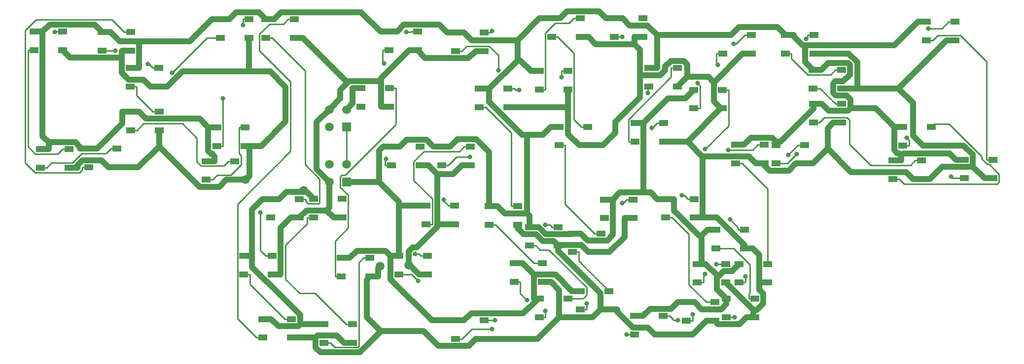
<source format=gbr>
%TF.GenerationSoftware,KiCad,Pcbnew,(5.1.6)-1*%
%TF.CreationDate,2020-11-25T11:54:25+11:00*%
%TF.ProjectId,HUD Panel PCB V1,48554420-5061-46e6-956c-205043422056,rev?*%
%TF.SameCoordinates,Original*%
%TF.FileFunction,Copper,L1,Top*%
%TF.FilePolarity,Positive*%
%FSLAX46Y46*%
G04 Gerber Fmt 4.6, Leading zero omitted, Abs format (unit mm)*
G04 Created by KiCad (PCBNEW (5.1.6)-1) date 2020-11-25 11:54:25*
%MOMM*%
%LPD*%
G01*
G04 APERTURE LIST*
%TA.AperFunction,ComponentPad*%
%ADD10C,1.520000*%
%TD*%
%TA.AperFunction,ComponentPad*%
%ADD11R,1.520000X1.520000*%
%TD*%
%TA.AperFunction,SMDPad,CuDef*%
%ADD12R,1.500000X1.000000*%
%TD*%
%TA.AperFunction,ViaPad*%
%ADD13C,1.500000*%
%TD*%
%TA.AperFunction,ViaPad*%
%ADD14C,0.800000*%
%TD*%
%TA.AperFunction,Conductor*%
%ADD15C,1.000000*%
%TD*%
%TA.AperFunction,Conductor*%
%ADD16C,0.250000*%
%TD*%
G04 APERTURE END LIST*
D10*
%TO.P,J2,4*%
%TO.N,/LEDGND*%
X121511001Y-58518801D03*
%TO.P,J2,3*%
%TO.N,/DATAOUT*%
X121511001Y-61518800D03*
%TO.P,J2,2*%
%TO.N,/LED+5V*%
X124511000Y-58518801D03*
D11*
%TO.P,J2,1*%
%TO.N,/DATALOOP*%
X124511000Y-61518800D03*
%TD*%
D10*
%TO.P,J1,4*%
%TO.N,/DATAIN*%
X121511001Y-67970401D03*
%TO.P,J1,3*%
%TO.N,/LEDGND*%
X121511001Y-70970400D03*
%TO.P,J1,2*%
%TO.N,/DATALOOP*%
X124511000Y-67970401D03*
D11*
%TO.P,J1,1*%
%TO.N,/LED+5V*%
X124511000Y-70970400D03*
%TD*%
D12*
%TO.P,D56,1*%
%TO.N,/LED+5V*%
X230581000Y-67157600D03*
%TO.P,D56,2*%
%TO.N,/DATAOUT*%
X230581000Y-70357600D03*
%TO.P,D56,4*%
%TO.N,Net-(D55-Pad2)*%
X235481000Y-67157600D03*
%TO.P,D56,3*%
%TO.N,/LEDGND*%
X235481000Y-70357600D03*
%TD*%
%TO.P,D55,1*%
%TO.N,/LED+5V*%
X224079000Y-43434000D03*
%TO.P,D55,2*%
%TO.N,Net-(D55-Pad2)*%
X224079000Y-46634000D03*
%TO.P,D55,4*%
%TO.N,Net-(D54-Pad2)*%
X228979000Y-43434000D03*
%TO.P,D55,3*%
%TO.N,/LEDGND*%
X228979000Y-46634000D03*
%TD*%
%TO.P,D54,1*%
%TO.N,/LED+5V*%
X219992000Y-61518800D03*
%TO.P,D54,2*%
%TO.N,Net-(D54-Pad2)*%
X219992000Y-64718800D03*
%TO.P,D54,4*%
%TO.N,Net-(D53-Pad2)*%
X224892000Y-61518800D03*
%TO.P,D54,3*%
%TO.N,/LEDGND*%
X224892000Y-64718800D03*
%TD*%
%TO.P,D53,1*%
%TO.N,/LED+5V*%
X218327000Y-67284800D03*
%TO.P,D53,2*%
%TO.N,Net-(D53-Pad2)*%
X218327000Y-70484800D03*
%TO.P,D53,4*%
%TO.N,Net-(D52-Pad2)*%
X223227000Y-67284800D03*
%TO.P,D53,3*%
%TO.N,/LEDGND*%
X223227000Y-70484800D03*
%TD*%
%TO.P,D52,1*%
%TO.N,/LED+5V*%
X204650000Y-57556400D03*
%TO.P,D52,2*%
%TO.N,Net-(D52-Pad2)*%
X204650000Y-60756400D03*
%TO.P,D52,4*%
%TO.N,Net-(D51-Pad2)*%
X209550000Y-57556400D03*
%TO.P,D52,3*%
%TO.N,/LEDGND*%
X209550000Y-60756400D03*
%TD*%
%TO.P,D51,1*%
%TO.N,/LED+5V*%
X204611000Y-51689200D03*
%TO.P,D51,2*%
%TO.N,Net-(D51-Pad2)*%
X204611000Y-54889200D03*
%TO.P,D51,4*%
%TO.N,Net-(D50-Pad2)*%
X209511000Y-51689200D03*
%TO.P,D51,3*%
%TO.N,/LEDGND*%
X209511000Y-54889200D03*
%TD*%
%TO.P,D50,1*%
%TO.N,/LED+5V*%
X199836000Y-45694800D03*
%TO.P,D50,2*%
%TO.N,Net-(D50-Pad2)*%
X199836000Y-48894800D03*
%TO.P,D50,4*%
%TO.N,Net-(D49-Pad2)*%
X204736000Y-45694800D03*
%TO.P,D50,3*%
%TO.N,/LEDGND*%
X204736000Y-48894800D03*
%TD*%
%TO.P,D49,1*%
%TO.N,/LED+5V*%
X198222000Y-64617600D03*
%TO.P,D49,2*%
%TO.N,Net-(D49-Pad2)*%
X198222000Y-67817600D03*
%TO.P,D49,4*%
%TO.N,Net-(D48-Pad2)*%
X203122000Y-64617600D03*
%TO.P,D49,3*%
%TO.N,/LEDGND*%
X203122000Y-67817600D03*
%TD*%
%TO.P,D48,1*%
%TO.N,/LED+5V*%
X191911000Y-85115600D03*
%TO.P,D48,2*%
%TO.N,Net-(D48-Pad2)*%
X191911000Y-88315600D03*
%TO.P,D48,4*%
%TO.N,Net-(D47-Pad2)*%
X196811000Y-85115600D03*
%TO.P,D48,3*%
%TO.N,/LEDGND*%
X196811000Y-88315600D03*
%TD*%
%TO.P,D47,1*%
%TO.N,/LED+5V*%
X191301000Y-64592400D03*
%TO.P,D47,2*%
%TO.N,Net-(D47-Pad2)*%
X191301000Y-67792400D03*
%TO.P,D47,4*%
%TO.N,Net-(D46-Pad2)*%
X196201000Y-64592400D03*
%TO.P,D47,3*%
%TO.N,/LEDGND*%
X196201000Y-67792400D03*
%TD*%
%TO.P,D46,1*%
%TO.N,/LED+5V*%
X189726000Y-91059200D03*
%TO.P,D46,2*%
%TO.N,Net-(D46-Pad2)*%
X189726000Y-94259200D03*
%TO.P,D46,4*%
%TO.N,Net-(D45-Pad2)*%
X194626000Y-91059200D03*
%TO.P,D46,3*%
%TO.N,/LEDGND*%
X194626000Y-94259200D03*
%TD*%
%TO.P,D45,1*%
%TO.N,/LED+5V*%
X187898000Y-79222800D03*
%TO.P,D45,2*%
%TO.N,Net-(D45-Pad2)*%
X187898000Y-82422800D03*
%TO.P,D45,4*%
%TO.N,Net-(D44-Pad2)*%
X192798000Y-79222800D03*
%TO.P,D45,3*%
%TO.N,/LEDGND*%
X192798000Y-82422800D03*
%TD*%
%TO.P,D44,1*%
%TO.N,/LED+5V*%
X189078000Y-45720000D03*
%TO.P,D44,2*%
%TO.N,Net-(D44-Pad2)*%
X189078000Y-48920000D03*
%TO.P,D44,4*%
%TO.N,Net-(D43-Pad2)*%
X193978000Y-45720000D03*
%TO.P,D44,3*%
%TO.N,/LEDGND*%
X193978000Y-48920000D03*
%TD*%
%TO.P,D43,1*%
%TO.N,/LED+5V*%
X184138000Y-55143600D03*
%TO.P,D43,2*%
%TO.N,Net-(D43-Pad2)*%
X184138000Y-58343600D03*
%TO.P,D43,4*%
%TO.N,Net-(D42-Pad2)*%
X189038000Y-55143600D03*
%TO.P,D43,3*%
%TO.N,/LEDGND*%
X189038000Y-58343600D03*
%TD*%
%TO.P,D42,1*%
%TO.N,/LED+5V*%
X184697000Y-85115600D03*
%TO.P,D42,2*%
%TO.N,Net-(D42-Pad2)*%
X184697000Y-88315600D03*
%TO.P,D42,4*%
%TO.N,Net-(D41-Pad2)*%
X189597000Y-85115600D03*
%TO.P,D42,3*%
%TO.N,/LEDGND*%
X189597000Y-88315600D03*
%TD*%
%TO.P,D41,1*%
%TO.N,/LED+5V*%
X182829000Y-91694000D03*
%TO.P,D41,2*%
%TO.N,Net-(D41-Pad2)*%
X182829000Y-94894000D03*
%TO.P,D41,4*%
%TO.N,Net-(D40-Pad2)*%
X187729000Y-91694000D03*
%TO.P,D41,3*%
%TO.N,/LEDGND*%
X187729000Y-94894000D03*
%TD*%
%TO.P,D40,1*%
%TO.N,/LED+5V*%
X179312000Y-73939600D03*
%TO.P,D40,2*%
%TO.N,Net-(D40-Pad2)*%
X179312000Y-77139600D03*
%TO.P,D40,4*%
%TO.N,Net-(D39-Pad2)*%
X184212000Y-73939600D03*
%TO.P,D40,3*%
%TO.N,/LEDGND*%
X184212000Y-77139600D03*
%TD*%
%TO.P,D39,1*%
%TO.N,/LED+5V*%
X176405000Y-51358800D03*
%TO.P,D39,2*%
%TO.N,Net-(D39-Pad2)*%
X176405000Y-54558800D03*
%TO.P,D39,4*%
%TO.N,Net-(D38-Pad2)*%
X181305000Y-51358800D03*
%TO.P,D39,3*%
%TO.N,/LEDGND*%
X181305000Y-54558800D03*
%TD*%
%TO.P,D38,1*%
%TO.N,/LED+5V*%
X174018000Y-60858400D03*
%TO.P,D38,2*%
%TO.N,Net-(D38-Pad2)*%
X174018000Y-64058400D03*
%TO.P,D38,4*%
%TO.N,Net-(D37-Pad2)*%
X178918000Y-60858400D03*
%TO.P,D38,3*%
%TO.N,/LEDGND*%
X178918000Y-64058400D03*
%TD*%
%TO.P,D37,1*%
%TO.N,/LED+5V*%
X173978000Y-94056400D03*
%TO.P,D37,2*%
%TO.N,Net-(D37-Pad2)*%
X173978000Y-97256400D03*
%TO.P,D37,4*%
%TO.N,Net-(D36-Pad2)*%
X178878000Y-94056400D03*
%TO.P,D37,3*%
%TO.N,/LEDGND*%
X178878000Y-97256400D03*
%TD*%
%TO.P,D36,1*%
%TO.N,/LED+5V*%
X170473000Y-42850000D03*
%TO.P,D36,2*%
%TO.N,Net-(D36-Pad2)*%
X170473000Y-46050000D03*
%TO.P,D36,4*%
%TO.N,Net-(D36-Pad4)*%
X175373000Y-42850000D03*
%TO.P,D36,3*%
%TO.N,/LEDGND*%
X175373000Y-46050000D03*
%TD*%
%TO.P,D35,1*%
%TO.N,/LED+5V*%
X168785000Y-74015600D03*
%TO.P,D35,2*%
%TO.N,Net-(D35-Pad2)*%
X168785000Y-77215600D03*
%TO.P,D35,4*%
%TO.N,Net-(D34-Pad2)*%
X173685000Y-74015600D03*
%TO.P,D35,3*%
%TO.N,/LEDGND*%
X173685000Y-77215600D03*
%TD*%
%TO.P,D34,1*%
%TO.N,/LED+5V*%
X164643000Y-89763600D03*
%TO.P,D34,2*%
%TO.N,Net-(D34-Pad2)*%
X164643000Y-92963600D03*
%TO.P,D34,4*%
%TO.N,Net-(D33-Pad2)*%
X169543000Y-89763600D03*
%TO.P,D34,3*%
%TO.N,/LEDGND*%
X169543000Y-92963600D03*
%TD*%
%TO.P,D33,1*%
%TO.N,/LED+5V*%
X163271000Y-79857600D03*
%TO.P,D33,2*%
%TO.N,Net-(D33-Pad2)*%
X163271000Y-83057600D03*
%TO.P,D33,4*%
%TO.N,Net-(D32-Pad2)*%
X168171000Y-79857600D03*
%TO.P,D33,3*%
%TO.N,/LEDGND*%
X168171000Y-83057600D03*
%TD*%
%TO.P,D32,1*%
%TO.N,/LED+5V*%
X160974000Y-61493600D03*
%TO.P,D32,2*%
%TO.N,Net-(D32-Pad2)*%
X160974000Y-64693600D03*
%TO.P,D32,4*%
%TO.N,Net-(D31-Pad2)*%
X165874000Y-61493600D03*
%TO.P,D32,3*%
%TO.N,/LEDGND*%
X165874000Y-64693600D03*
%TD*%
%TO.P,D31,1*%
%TO.N,/LED+5V*%
X159704000Y-42850000D03*
%TO.P,D31,2*%
%TO.N,Net-(D31-Pad2)*%
X159704000Y-46050000D03*
%TO.P,D31,4*%
%TO.N,Net-(D30-Pad2)*%
X164604000Y-42850000D03*
%TO.P,D31,3*%
%TO.N,/LEDGND*%
X164604000Y-46050000D03*
%TD*%
%TO.P,D30,1*%
%TO.N,/LED+5V*%
X157582000Y-51866800D03*
%TO.P,D30,2*%
%TO.N,Net-(D30-Pad2)*%
X157582000Y-55066800D03*
%TO.P,D30,4*%
%TO.N,Net-(D29-Pad2)*%
X162482000Y-51866800D03*
%TO.P,D30,3*%
%TO.N,/LEDGND*%
X162482000Y-55066800D03*
%TD*%
%TO.P,D29,1*%
%TO.N,/LED+5V*%
X157582000Y-91084400D03*
%TO.P,D29,2*%
%TO.N,Net-(D29-Pad2)*%
X157582000Y-94284400D03*
%TO.P,D29,4*%
%TO.N,Net-(D28-Pad2)*%
X162482000Y-91084400D03*
%TO.P,D29,3*%
%TO.N,/LEDGND*%
X162482000Y-94284400D03*
%TD*%
%TO.P,D28,1*%
%TO.N,/LED+5V*%
X155944000Y-78765600D03*
%TO.P,D28,2*%
%TO.N,Net-(D28-Pad2)*%
X155944000Y-81965600D03*
%TO.P,D28,4*%
%TO.N,Net-(D27-Pad2)*%
X160844000Y-78765600D03*
%TO.P,D28,3*%
%TO.N,/LEDGND*%
X160844000Y-81965600D03*
%TD*%
%TO.P,D27,1*%
%TO.N,/LED+5V*%
X153252000Y-84963200D03*
%TO.P,D27,2*%
%TO.N,Net-(D27-Pad2)*%
X153252000Y-88163200D03*
%TO.P,D27,4*%
%TO.N,Net-(D26-Pad2)*%
X158152000Y-84963200D03*
%TO.P,D27,3*%
%TO.N,/LEDGND*%
X158152000Y-88163200D03*
%TD*%
%TO.P,D26,1*%
%TO.N,/LED+5V*%
X148996000Y-75184000D03*
%TO.P,D26,2*%
%TO.N,Net-(D26-Pad2)*%
X148996000Y-78384000D03*
%TO.P,D26,4*%
%TO.N,Net-(D25-Pad2)*%
X153896000Y-75184000D03*
%TO.P,D26,3*%
%TO.N,/LEDGND*%
X153896000Y-78384000D03*
%TD*%
%TO.P,D25,1*%
%TO.N,/LED+5V*%
X147308000Y-54940400D03*
%TO.P,D25,2*%
%TO.N,Net-(D25-Pad2)*%
X147308000Y-58140400D03*
%TO.P,D25,4*%
%TO.N,Net-(D24-Pad2)*%
X152208000Y-54940400D03*
%TO.P,D25,3*%
%TO.N,/LEDGND*%
X152208000Y-58140400D03*
%TD*%
%TO.P,D24,1*%
%TO.N,/LED+5V*%
X143244000Y-94818400D03*
%TO.P,D24,2*%
%TO.N,Net-(D24-Pad2)*%
X143244000Y-98018400D03*
%TO.P,D24,4*%
%TO.N,Net-(D23-Pad2)*%
X148144000Y-94818400D03*
%TO.P,D24,3*%
%TO.N,/LEDGND*%
X148144000Y-98018400D03*
%TD*%
%TO.P,D23,1*%
%TO.N,/LED+5V*%
X143205000Y-45262800D03*
%TO.P,D23,2*%
%TO.N,Net-(D23-Pad2)*%
X143205000Y-48462800D03*
%TO.P,D23,4*%
%TO.N,Net-(D22-Pad2)*%
X148105000Y-45262800D03*
%TO.P,D23,3*%
%TO.N,/LEDGND*%
X148105000Y-48462800D03*
%TD*%
%TO.P,D22,1*%
%TO.N,/LED+5V*%
X140857000Y-64897200D03*
%TO.P,D22,2*%
%TO.N,Net-(D22-Pad2)*%
X140857000Y-68097200D03*
%TO.P,D22,4*%
%TO.N,Net-(D21-Pad2)*%
X145757000Y-64897200D03*
%TO.P,D22,3*%
%TO.N,/LEDGND*%
X145757000Y-68097200D03*
%TD*%
%TO.P,D21,1*%
%TO.N,/LED+5V*%
X138164000Y-75108000D03*
%TO.P,D21,2*%
%TO.N,Net-(D21-Pad2)*%
X138164000Y-78308000D03*
%TO.P,D21,4*%
%TO.N,Net-(D20-Pad2)*%
X143064000Y-75108000D03*
%TO.P,D21,3*%
%TO.N,/LEDGND*%
X143064000Y-78308000D03*
%TD*%
%TO.P,D20,1*%
%TO.N,/LED+5V*%
X133491000Y-83693200D03*
%TO.P,D20,2*%
%TO.N,Net-(D20-Pad2)*%
X133491000Y-86893200D03*
%TO.P,D20,4*%
%TO.N,Net-(D19-Pad2)*%
X138391000Y-83693200D03*
%TO.P,D20,3*%
%TO.N,/LEDGND*%
X138391000Y-86893200D03*
%TD*%
%TO.P,D19,1*%
%TO.N,/LED+5V*%
X131764000Y-45136000D03*
%TO.P,D19,2*%
%TO.N,Net-(D19-Pad2)*%
X131764000Y-48336000D03*
%TO.P,D19,4*%
%TO.N,Net-(D18-Pad2)*%
X136664000Y-45136000D03*
%TO.P,D19,3*%
%TO.N,/LEDGND*%
X136664000Y-48336000D03*
%TD*%
%TO.P,D18,1*%
%TO.N,/LED+5V*%
X132221000Y-64897200D03*
%TO.P,D18,2*%
%TO.N,Net-(D18-Pad2)*%
X132221000Y-68097200D03*
%TO.P,D18,4*%
%TO.N,Net-(D18-Pad4)*%
X137121000Y-64897200D03*
%TO.P,D18,3*%
%TO.N,/LEDGND*%
X137121000Y-68097200D03*
%TD*%
%TO.P,D17,1*%
%TO.N,/LED+5V*%
X126988000Y-54838800D03*
%TO.P,D17,2*%
%TO.N,Net-(D17-Pad2)*%
X126988000Y-58038800D03*
%TO.P,D17,4*%
%TO.N,Net-(D16-Pad2)*%
X131888000Y-54838800D03*
%TO.P,D17,3*%
%TO.N,/LEDGND*%
X131888000Y-58038800D03*
%TD*%
%TO.P,D16,1*%
%TO.N,/LED+5V*%
X123596000Y-84074000D03*
%TO.P,D16,2*%
%TO.N,Net-(D16-Pad2)*%
X123596000Y-87274000D03*
%TO.P,D16,4*%
%TO.N,Net-(D15-Pad2)*%
X128496000Y-84074000D03*
%TO.P,D16,3*%
%TO.N,/LEDGND*%
X128496000Y-87274000D03*
%TD*%
%TO.P,D15,1*%
%TO.N,/LED+5V*%
X120599000Y-95453200D03*
%TO.P,D15,2*%
%TO.N,Net-(D15-Pad2)*%
X120599000Y-98653200D03*
%TO.P,D15,4*%
%TO.N,Net-(D14-Pad2)*%
X125499000Y-95453200D03*
%TO.P,D15,3*%
%TO.N,/LEDGND*%
X125499000Y-98653200D03*
%TD*%
%TO.P,D14,1*%
%TO.N,/LED+5V*%
X118810000Y-73888800D03*
%TO.P,D14,2*%
%TO.N,Net-(D14-Pad2)*%
X118810000Y-77088800D03*
%TO.P,D14,4*%
%TO.N,Net-(D14-Pad4)*%
X123710000Y-73888800D03*
%TO.P,D14,3*%
%TO.N,/LEDGND*%
X123710000Y-77088800D03*
%TD*%
%TO.P,D13,1*%
%TO.N,/LED+5V*%
X111494000Y-73939600D03*
%TO.P,D13,2*%
%TO.N,Net-(D13-Pad2)*%
X111494000Y-77139600D03*
%TO.P,D13,4*%
%TO.N,Net-(D12-Pad2)*%
X116394000Y-73939600D03*
%TO.P,D13,3*%
%TO.N,/LEDGND*%
X116394000Y-77139600D03*
%TD*%
%TO.P,D12,1*%
%TO.N,/LED+5V*%
X110631000Y-43002400D03*
%TO.P,D12,2*%
%TO.N,Net-(D12-Pad2)*%
X110631000Y-46202400D03*
%TO.P,D12,4*%
%TO.N,Net-(D11-Pad2)*%
X115531000Y-43002400D03*
%TO.P,D12,3*%
%TO.N,/LEDGND*%
X115531000Y-46202400D03*
%TD*%
%TO.P,D11,1*%
%TO.N,/LED+5V*%
X110084000Y-94589600D03*
%TO.P,D11,2*%
%TO.N,Net-(D11-Pad2)*%
X110084000Y-97789600D03*
%TO.P,D11,4*%
%TO.N,Net-(D10-Pad2)*%
X114984000Y-94589600D03*
%TO.P,D11,3*%
%TO.N,/LEDGND*%
X114984000Y-97789600D03*
%TD*%
%TO.P,D10,1*%
%TO.N,/LED+5V*%
X106832000Y-83718400D03*
%TO.P,D10,2*%
%TO.N,Net-(D10-Pad2)*%
X106832000Y-86918400D03*
%TO.P,D10,4*%
%TO.N,Net-(D10-Pad4)*%
X111732000Y-83718400D03*
%TO.P,D10,3*%
%TO.N,/LEDGND*%
X111732000Y-86918400D03*
%TD*%
%TO.P,D9,1*%
%TO.N,/LED+5V*%
X102870000Y-42976800D03*
%TO.P,D9,2*%
%TO.N,Net-(D10-Pad4)*%
X102870000Y-46176800D03*
%TO.P,D9,4*%
%TO.N,Net-(D8-Pad2)*%
X107770000Y-42976800D03*
%TO.P,D9,3*%
%TO.N,/LEDGND*%
X107770000Y-46176800D03*
%TD*%
%TO.P,D8,1*%
%TO.N,/LED+5V*%
X102198000Y-61595200D03*
%TO.P,D8,2*%
%TO.N,Net-(D8-Pad2)*%
X102198000Y-64795200D03*
%TO.P,D8,4*%
%TO.N,Net-(D7-Pad2)*%
X107098000Y-61595200D03*
%TO.P,D8,3*%
%TO.N,/LEDGND*%
X107098000Y-64795200D03*
%TD*%
%TO.P,D7,1*%
%TO.N,/LED+5V*%
X100381000Y-67411600D03*
%TO.P,D7,2*%
%TO.N,Net-(D7-Pad2)*%
X100381000Y-70611600D03*
%TO.P,D7,4*%
%TO.N,Net-(D6-Pad2)*%
X105281000Y-67411600D03*
%TO.P,D7,3*%
%TO.N,/LEDGND*%
X105281000Y-70611600D03*
%TD*%
%TO.P,D6,1*%
%TO.N,/LED+5V*%
X87426800Y-58877200D03*
%TO.P,D6,2*%
%TO.N,Net-(D6-Pad2)*%
X87426800Y-62077200D03*
%TO.P,D6,4*%
%TO.N,Net-(D5-Pad2)*%
X92326800Y-58877200D03*
%TO.P,D6,3*%
%TO.N,/LEDGND*%
X92326800Y-62077200D03*
%TD*%
%TO.P,D5,1*%
%TO.N,/LED+5V*%
X87364400Y-51384400D03*
%TO.P,D5,2*%
%TO.N,Net-(D5-Pad2)*%
X87364400Y-54584400D03*
%TO.P,D5,4*%
%TO.N,Net-(D4-Pad2)*%
X92264400Y-51384400D03*
%TO.P,D5,3*%
%TO.N,/LEDGND*%
X92264400Y-54584400D03*
%TD*%
%TO.P,D4,1*%
%TO.N,/LED+5V*%
X82499200Y-45212000D03*
%TO.P,D4,2*%
%TO.N,Net-(D4-Pad2)*%
X82499200Y-48412000D03*
%TO.P,D4,4*%
%TO.N,Net-(D3-Pad2)*%
X87399200Y-45212000D03*
%TO.P,D4,3*%
%TO.N,/LEDGND*%
X87399200Y-48412000D03*
%TD*%
%TO.P,D3,1*%
%TO.N,/LED+5V*%
X80190000Y-65278000D03*
%TO.P,D3,2*%
%TO.N,Net-(D3-Pad2)*%
X80190000Y-68478000D03*
%TO.P,D3,4*%
%TO.N,Net-(D2-Pad2)*%
X85090000Y-65278000D03*
%TO.P,D3,3*%
%TO.N,/LEDGND*%
X85090000Y-68478000D03*
%TD*%
%TO.P,D2,1*%
%TO.N,/LED+5V*%
X71921200Y-65354400D03*
%TO.P,D2,2*%
%TO.N,Net-(D2-Pad2)*%
X71921200Y-68554400D03*
%TO.P,D2,4*%
%TO.N,Net-(D1-Pad2)*%
X76821200Y-65354400D03*
%TO.P,D2,3*%
%TO.N,/LEDGND*%
X76821200Y-68554400D03*
%TD*%
%TO.P,D1,1*%
%TO.N,/LED+5V*%
X70854400Y-45136000D03*
%TO.P,D1,2*%
%TO.N,Net-(D1-Pad2)*%
X70854400Y-48336000D03*
%TO.P,D1,4*%
%TO.N,/DATAIN*%
X75754400Y-45136000D03*
%TO.P,D1,3*%
%TO.N,/LEDGND*%
X75754400Y-48336000D03*
%TD*%
D13*
%TO.N,/LED+5V*%
X117132300Y-72477900D03*
%TO.N,/LEDGND*%
X130244000Y-85486500D03*
X107178500Y-70611600D03*
X135196800Y-85293200D03*
D14*
%TO.N,/DATAIN*%
X74363000Y-45202300D03*
%TO.N,Net-(D4-Pad2)*%
X90402000Y-50716400D03*
X84794300Y-48412000D03*
%TO.N,Net-(D10-Pad4)*%
X109709200Y-76233300D03*
X94511500Y-52220100D03*
%TO.N,Net-(D18-Pad2)*%
X134717700Y-45149300D03*
X131256400Y-66990000D03*
%TO.N,Net-(D20-Pad2)*%
X141193100Y-74017200D03*
X136797100Y-88019600D03*
%TO.N,Net-(D24-Pad2)*%
X154129800Y-55169200D03*
X149508500Y-96302200D03*
%TO.N,Net-(D29-Pad2)*%
X161406700Y-52942100D03*
X158657300Y-93226300D03*
%TO.N,Net-(D34-Pad2)*%
X171826800Y-74608200D03*
X165718300Y-91888300D03*
%TO.N,Net-(D39-Pad2)*%
X182100100Y-73266700D03*
X176227400Y-55682200D03*
%TO.N,Net-(D41-Pad2)*%
X187984900Y-85106600D03*
X183904300Y-93818700D03*
%TO.N,Net-(D42-Pad2)*%
X186095100Y-65358600D03*
X186048000Y-86858300D03*
%TO.N,Net-(D44-Pad2)*%
X190353200Y-77478500D03*
X188242800Y-50875800D03*
%TO.N,Net-(D49-Pad2)*%
X203370200Y-46404600D03*
X201790200Y-66183700D03*
%TO.N,/DATAOUT*%
X228297000Y-70063100D03*
%TO.N,Net-(D8-Pad2)*%
X106694700Y-44023400D03*
X103273300Y-56596200D03*
%TO.N,Net-(D19-Pad2)*%
X136297100Y-83361500D03*
X130943400Y-50582000D03*
%TO.N,Net-(D22-Pad2)*%
X149458900Y-45000200D03*
X145633800Y-66680300D03*
%TO.N,Net-(D23-Pad2)*%
X149986500Y-94764300D03*
X150560000Y-51749000D03*
%TO.N,Net-(D27-Pad2)*%
X158661100Y-78368400D03*
X155490400Y-91346700D03*
%TO.N,Net-(D36-Pad2)*%
X181422400Y-94802100D03*
X171872200Y-46050000D03*
%TO.N,Net-(D37-Pad2)*%
X176877300Y-61666600D03*
X172613700Y-97289400D03*
%TO.N,Net-(D43-Pad2)*%
X190959700Y-47242200D03*
X184790100Y-54005400D03*
%TO.N,Net-(D46-Pad2)*%
X190063900Y-65484600D03*
X191103900Y-94259200D03*
%TO.N,Net-(D48-Pad2)*%
X200392900Y-66374900D03*
X192986300Y-87258800D03*
%TO.N,Net-(D54-Pad2)*%
X224377700Y-44561000D03*
X220651900Y-63404200D03*
%TD*%
D15*
%TO.N,/LED+5V*%
X163271000Y-79857600D02*
X164721300Y-79857600D01*
X164721300Y-79857600D02*
X165921700Y-81058000D01*
X165921700Y-81058000D02*
X169251800Y-81058000D01*
X169251800Y-81058000D02*
X170235300Y-80074500D01*
X170235300Y-80074500D02*
X170235300Y-74015600D01*
X157394300Y-78765600D02*
X157394300Y-78765700D01*
X157394300Y-78765700D02*
X157502200Y-78765700D01*
X157502200Y-78765700D02*
X158702500Y-79966000D01*
X158702500Y-79966000D02*
X163162600Y-79966000D01*
X163162600Y-79966000D02*
X163271000Y-79857600D01*
X168785000Y-74015600D02*
X170235300Y-74015600D01*
X175468300Y-72815200D02*
X175468300Y-60868000D01*
X175468300Y-60868000D02*
X175458700Y-60858400D01*
X177861700Y-73939600D02*
X176737300Y-72815200D01*
X176737300Y-72815200D02*
X175468300Y-72815200D01*
X170235300Y-74015600D02*
X171435700Y-72815200D01*
X171435700Y-72815200D02*
X175468300Y-72815200D01*
X175458700Y-60858400D02*
X179724300Y-56592800D01*
X179724300Y-56592800D02*
X182688800Y-56592800D01*
X182688800Y-56592800D02*
X184138000Y-55143600D01*
X174018000Y-60858400D02*
X175458700Y-60858400D01*
X188328100Y-87296300D02*
X189306000Y-86318400D01*
X189306000Y-86318400D02*
X190708200Y-86318400D01*
X190708200Y-86318400D02*
X191911000Y-85115600D01*
X189726000Y-91059200D02*
X188127700Y-89460900D01*
X188127700Y-89460900D02*
X188127700Y-87496700D01*
X188127700Y-87496700D02*
X188328100Y-87296300D01*
X188328100Y-87296300D02*
X186147300Y-85115600D01*
X117132300Y-72477900D02*
X117132300Y-72735300D01*
X198222000Y-64034200D02*
X198994300Y-64034200D01*
X198994300Y-64034200D02*
X204650000Y-58378500D01*
X204650000Y-58378500D02*
X204650000Y-57556400D01*
X192751300Y-64592400D02*
X193951600Y-63392100D01*
X193951600Y-63392100D02*
X197579900Y-63392100D01*
X197579900Y-63392100D02*
X198222000Y-64034200D01*
X198222000Y-64034200D02*
X198222000Y-64617600D01*
X204650000Y-57556400D02*
X206100300Y-57556400D01*
X211037700Y-58312900D02*
X210593900Y-58756700D01*
X210593900Y-58756700D02*
X207300600Y-58756700D01*
X207300600Y-58756700D02*
X206100300Y-57556400D01*
X206061300Y-51689200D02*
X207261600Y-50488900D01*
X207261600Y-50488900D02*
X210596400Y-50488900D01*
X210596400Y-50488900D02*
X210961400Y-50853900D01*
X210961400Y-50853900D02*
X210961400Y-52514500D01*
X210961400Y-52514500D02*
X209787100Y-53688800D01*
X209787100Y-53688800D02*
X208415600Y-53688800D01*
X208415600Y-53688800D02*
X208043200Y-54061200D01*
X208043200Y-54061200D02*
X208043200Y-55661800D01*
X208043200Y-55661800D02*
X208470900Y-56089500D01*
X208470900Y-56089500D02*
X210343700Y-56089500D01*
X210343700Y-56089500D02*
X211037700Y-56783500D01*
X211037700Y-56783500D02*
X211037700Y-58312900D01*
X211037700Y-58312900D02*
X215335800Y-58312900D01*
X215335800Y-58312900D02*
X218541700Y-61518800D01*
X203269100Y-47504900D02*
X218557800Y-47504900D01*
X218557800Y-47504900D02*
X222628700Y-43434000D01*
X201286300Y-45694800D02*
X201286300Y-45942500D01*
X201286300Y-45942500D02*
X202848700Y-47504900D01*
X202848700Y-47504900D02*
X203269100Y-47504900D01*
X203269100Y-47504900D02*
X203269100Y-50347300D01*
X203269100Y-50347300D02*
X204611000Y-51689200D01*
X191301000Y-64592400D02*
X192751300Y-64592400D01*
X179312000Y-73939600D02*
X177861700Y-73939600D01*
X148983300Y-54940400D02*
X153844700Y-50079000D01*
X148758300Y-54940400D02*
X148983300Y-54940400D01*
X148983300Y-54940400D02*
X148983300Y-57214600D01*
X148983300Y-57214600D02*
X154625000Y-62856300D01*
X154625000Y-62856300D02*
X155470700Y-62856300D01*
X155470700Y-62856300D02*
X158161000Y-62856300D01*
X158161000Y-62856300D02*
X159523700Y-61493600D01*
X155470700Y-76395200D02*
X155470700Y-62856300D01*
X155944000Y-78765600D02*
X155944000Y-76868500D01*
X155944000Y-76868500D02*
X155470700Y-76395200D01*
X155470700Y-76395200D02*
X151657500Y-76395200D01*
X151657500Y-76395200D02*
X150446300Y-75184000D01*
X160974000Y-61493600D02*
X159523700Y-61493600D01*
X133491000Y-75108000D02*
X133491000Y-83693200D01*
X130111300Y-70970400D02*
X133491000Y-74350100D01*
X133491000Y-74350100D02*
X133491000Y-75108000D01*
X133491000Y-75108000D02*
X136713700Y-75108000D01*
X125046300Y-84074000D02*
X126246600Y-82873700D01*
X126246600Y-82873700D02*
X131221200Y-82873700D01*
X131221200Y-82873700D02*
X132040700Y-83693200D01*
X125971300Y-70970400D02*
X130111300Y-70970400D01*
X130111300Y-70970400D02*
X130111300Y-65556600D01*
X130111300Y-65556600D02*
X130770700Y-64897200D01*
X138164000Y-75108000D02*
X136713700Y-75108000D01*
X123596000Y-84074000D02*
X125046300Y-84074000D01*
X117132300Y-72735300D02*
X117656500Y-72735300D01*
X117656500Y-72735300D02*
X118810000Y-73888800D01*
X112944300Y-73939600D02*
X114148600Y-72735300D01*
X114148600Y-72735300D02*
X117132300Y-72735300D01*
X130313700Y-45136000D02*
X126979700Y-41802000D01*
X126979700Y-41802000D02*
X113281700Y-41802000D01*
X113281700Y-41802000D02*
X112081300Y-43002400D01*
X110043700Y-73939600D02*
X108207400Y-75775900D01*
X108207400Y-75775900D02*
X108207400Y-83718400D01*
X111494000Y-73939600D02*
X112944300Y-73939600D01*
X80190000Y-65278000D02*
X78739700Y-65278000D01*
X73371500Y-64154100D02*
X73371500Y-65354400D01*
X72304800Y-45136200D02*
X72304800Y-63087400D01*
X72304800Y-63087400D02*
X73371500Y-64154100D01*
X78739700Y-65278000D02*
X78739700Y-64996900D01*
X78739700Y-64996900D02*
X77896900Y-64154100D01*
X77896900Y-64154100D02*
X73371500Y-64154100D01*
X80225300Y-65278000D02*
X80190000Y-65278000D01*
X72004600Y-45136000D02*
X72304600Y-45136000D01*
X72304600Y-45136000D02*
X72304800Y-45136200D01*
X72304800Y-45136200D02*
X73528500Y-43912500D01*
X73528500Y-43912500D02*
X81199700Y-43912500D01*
X81199700Y-43912500D02*
X82499200Y-45212000D01*
X71921200Y-65354400D02*
X73371500Y-65354400D01*
X144694300Y-94818400D02*
X145894600Y-93618100D01*
X145894600Y-93618100D02*
X154846800Y-93618100D01*
X154846800Y-93618100D02*
X157141900Y-91323000D01*
X157141900Y-91323000D02*
X157141900Y-91084400D01*
X143244000Y-94818400D02*
X144694300Y-94818400D01*
X157582000Y-91084400D02*
X157141900Y-91084400D01*
X157141800Y-91084400D02*
X156701600Y-91084400D01*
X157141800Y-91084400D02*
X157141900Y-91084400D01*
X156701600Y-86962800D02*
X160391900Y-86962800D01*
X160391900Y-86962800D02*
X163192700Y-89763600D01*
X132040700Y-83693200D02*
X132040700Y-87747100D01*
X132040700Y-87747100D02*
X139112000Y-94818400D01*
X139112000Y-94818400D02*
X143244000Y-94818400D01*
X133491000Y-83693200D02*
X132040700Y-83693200D01*
X177855300Y-45720000D02*
X177855300Y-51358800D01*
X171923300Y-42850000D02*
X173123600Y-44050300D01*
X173123600Y-44050300D02*
X176185600Y-44050300D01*
X176185600Y-44050300D02*
X177855300Y-45720000D01*
X177855300Y-45720000D02*
X187627700Y-45720000D01*
X189078000Y-45720000D02*
X187627700Y-45720000D01*
X176405000Y-51358800D02*
X177855300Y-51358800D01*
X170473000Y-42850000D02*
X171923300Y-42850000D01*
X170149500Y-42850000D02*
X170473000Y-42850000D01*
X170149500Y-42850000D02*
X169022700Y-42850000D01*
X153844700Y-50079000D02*
X153844700Y-46620400D01*
X153844700Y-50079000D02*
X154343900Y-50079000D01*
X154343900Y-50079000D02*
X156131700Y-51866800D01*
X157582000Y-51866800D02*
X156131700Y-51866800D01*
X153844700Y-46620400D02*
X146012900Y-46620400D01*
X146012900Y-46620400D02*
X144655300Y-45262800D01*
X158253700Y-42850000D02*
X157615100Y-42850000D01*
X157615100Y-42850000D02*
X153844700Y-46620400D01*
X147308000Y-54940400D02*
X148758300Y-54940400D01*
X116565000Y-95453200D02*
X116176300Y-95841900D01*
X116176300Y-95841900D02*
X112786600Y-95841900D01*
X112786600Y-95841900D02*
X111534300Y-94589600D01*
X108207400Y-83718400D02*
X108207400Y-85650500D01*
X108207400Y-85650500D02*
X110675700Y-88118800D01*
X110675700Y-88118800D02*
X110781700Y-88118800D01*
X110781700Y-88118800D02*
X116565000Y-93902100D01*
X116565000Y-93902100D02*
X116565000Y-95453200D01*
X116565000Y-95453200D02*
X119148700Y-95453200D01*
X120599000Y-95453200D02*
X119148700Y-95453200D01*
X106832000Y-83718400D02*
X108207400Y-83718400D01*
X126988000Y-54838800D02*
X125537700Y-54838800D01*
X124511000Y-58518800D02*
X125537700Y-57492100D01*
X125537700Y-57492100D02*
X125537700Y-54838800D01*
X189078000Y-45720000D02*
X190528300Y-45720000D01*
X190528300Y-45720000D02*
X191909700Y-44338600D01*
X191909700Y-44338600D02*
X198479800Y-44338600D01*
X198479800Y-44338600D02*
X199836000Y-45694800D01*
X164643000Y-89763600D02*
X163192700Y-89763600D01*
X156701600Y-86962800D02*
X156701600Y-86962500D01*
X156701600Y-86962500D02*
X154702300Y-84963200D01*
X156701600Y-91084400D02*
X156701600Y-86962800D01*
X153252000Y-84963200D02*
X154702300Y-84963200D01*
X110084000Y-94589600D02*
X111534300Y-94589600D01*
X140857000Y-64897200D02*
X142307300Y-64897200D01*
X142307300Y-64897200D02*
X143550600Y-63653900D01*
X143550600Y-63653900D02*
X146780700Y-63653900D01*
X146780700Y-63653900D02*
X148996000Y-65869200D01*
X148996000Y-65869200D02*
X148996000Y-75184000D01*
X132221000Y-64897200D02*
X130770700Y-64897200D01*
X124511000Y-70970400D02*
X125971300Y-70970400D01*
X132221000Y-64897200D02*
X133671300Y-64897200D01*
X133671300Y-64897200D02*
X134871600Y-63696900D01*
X134871600Y-63696900D02*
X138206400Y-63696900D01*
X138206400Y-63696900D02*
X139406700Y-64897200D01*
X143205000Y-45262800D02*
X144655300Y-45262800D01*
X230581000Y-67157600D02*
X229130700Y-67157600D01*
X219777300Y-66459500D02*
X220152400Y-66084400D01*
X220152400Y-66084400D02*
X228057500Y-66084400D01*
X228057500Y-66084400D02*
X229130700Y-67157600D01*
X219777300Y-66459500D02*
X219402300Y-66084500D01*
X219402300Y-66084500D02*
X219099800Y-66084500D01*
X219099800Y-66084500D02*
X218541700Y-65526400D01*
X218541700Y-65526400D02*
X218541700Y-61518800D01*
X219777300Y-67284800D02*
X219777300Y-66459500D01*
X218327000Y-67284800D02*
X219777300Y-67284800D01*
X219992000Y-61518800D02*
X218541700Y-61518800D01*
X179312000Y-73939600D02*
X180762300Y-73939600D01*
X185422200Y-80248300D02*
X186447700Y-79222800D01*
X185422200Y-85115600D02*
X185422200Y-80248300D01*
X180762300Y-73939600D02*
X180762300Y-75936000D01*
X180762300Y-75936000D02*
X185074600Y-80248300D01*
X185074600Y-80248300D02*
X185422200Y-80248300D01*
X187898000Y-79222800D02*
X186447700Y-79222800D01*
X185422200Y-85115600D02*
X186147300Y-85115600D01*
X184697000Y-85115600D02*
X185422200Y-85115600D01*
X204611000Y-51689200D02*
X206061300Y-51689200D01*
X224079000Y-43434000D02*
X222628700Y-43434000D01*
X199836000Y-45694800D02*
X201286300Y-45694800D01*
X140857000Y-64897200D02*
X139406700Y-64897200D01*
X110631000Y-43002400D02*
X112081300Y-43002400D01*
X131764000Y-45136000D02*
X130313700Y-45136000D01*
X104320300Y-42976800D02*
X105520600Y-41776500D01*
X105520600Y-41776500D02*
X109405100Y-41776500D01*
X109405100Y-41776500D02*
X110631000Y-43002400D01*
X131764000Y-45136000D02*
X133214300Y-45136000D01*
X143205000Y-45262800D02*
X141754700Y-45262800D01*
X141754700Y-45262800D02*
X140427600Y-43935700D01*
X140427600Y-43935700D02*
X134339400Y-43935700D01*
X134339400Y-43935700D02*
X133214300Y-45060800D01*
X133214300Y-45060800D02*
X133214300Y-45136000D01*
X88867700Y-46812000D02*
X85549500Y-46812000D01*
X85549500Y-46812000D02*
X83949500Y-45212000D01*
X101419700Y-42976800D02*
X97584500Y-46812000D01*
X97584500Y-46812000D02*
X88867700Y-46812000D01*
X88867700Y-46812000D02*
X88867700Y-51331400D01*
X88867700Y-51331400D02*
X88814700Y-51384400D01*
X82499200Y-45212000D02*
X83949500Y-45212000D01*
X87364400Y-51384400D02*
X88814700Y-51384400D01*
X102870000Y-42976800D02*
X101419700Y-42976800D01*
X103595200Y-42976800D02*
X102870000Y-42976800D01*
X103595200Y-42976800D02*
X104320300Y-42976800D01*
X80225300Y-65278000D02*
X81640300Y-65278000D01*
X184279300Y-91694000D02*
X185479600Y-92894300D01*
X185479600Y-92894300D02*
X188850500Y-92894300D01*
X188850500Y-92894300D02*
X189726000Y-92018800D01*
X189726000Y-92018800D02*
X189726000Y-91059200D01*
X87426800Y-58877200D02*
X85976500Y-58877200D01*
X81640300Y-65278000D02*
X85976500Y-60941800D01*
X85976500Y-60941800D02*
X85976500Y-58877200D01*
X70854400Y-45136000D02*
X72004600Y-45136000D01*
X148996000Y-75184000D02*
X150446300Y-75184000D01*
X159704000Y-42850000D02*
X158253700Y-42850000D01*
X111494000Y-73939600D02*
X110043700Y-73939600D01*
X182829000Y-91694000D02*
X184279300Y-91694000D01*
X173978000Y-94056400D02*
X175428300Y-94056400D01*
X182829000Y-91694000D02*
X181378700Y-91694000D01*
X181378700Y-91694000D02*
X180216600Y-92856100D01*
X180216600Y-92856100D02*
X176628600Y-92856100D01*
X176628600Y-92856100D02*
X175428300Y-94056400D01*
X159704000Y-42850000D02*
X161154300Y-42850000D01*
X161154300Y-42850000D02*
X162354600Y-41649700D01*
X162354600Y-41649700D02*
X167822400Y-41649700D01*
X167822400Y-41649700D02*
X169022700Y-42850000D01*
X155944000Y-78765600D02*
X157394300Y-78765600D01*
X88877100Y-58877200D02*
X90077400Y-60077500D01*
X90077400Y-60077500D02*
X99230000Y-60077500D01*
X99230000Y-60077500D02*
X100747700Y-61595200D01*
X100381000Y-67411600D02*
X101831300Y-67411600D01*
X101831300Y-67411600D02*
X101831300Y-66586300D01*
X101831300Y-66586300D02*
X101456300Y-66211300D01*
X101456300Y-66211300D02*
X101321800Y-66211300D01*
X101321800Y-66211300D02*
X100747700Y-65637200D01*
X100747700Y-65637200D02*
X100747700Y-61595200D01*
X102198000Y-61595200D02*
X100747700Y-61595200D01*
X87426800Y-58877200D02*
X88877100Y-58877200D01*
D16*
%TO.N,Net-(D1-Pad2)*%
X76821200Y-65354400D02*
X75745900Y-65354400D01*
X70854400Y-48336000D02*
X69779100Y-48336000D01*
X69779100Y-48336000D02*
X69779100Y-64926100D01*
X69779100Y-64926100D02*
X71032700Y-66179700D01*
X71032700Y-66179700D02*
X74920600Y-66179700D01*
X74920600Y-66179700D02*
X75745900Y-65354400D01*
D15*
%TO.N,/LEDGND*%
X128496000Y-87274000D02*
X129946300Y-87274000D01*
X130244000Y-85486500D02*
X129946300Y-85784200D01*
X129946300Y-85784200D02*
X129946300Y-87274000D01*
X119148600Y-97789600D02*
X119485400Y-97452800D01*
X119485400Y-97452800D02*
X122848300Y-97452800D01*
X122848300Y-97452800D02*
X124048700Y-98653200D01*
X130377400Y-96677400D02*
X130377400Y-96781400D01*
X130377400Y-96781400D02*
X126821800Y-100337000D01*
X126821800Y-100337000D02*
X119981800Y-100337000D01*
X119981800Y-100337000D02*
X119148600Y-99503800D01*
X119148600Y-99503800D02*
X119148600Y-97789600D01*
X116434300Y-97789600D02*
X119148600Y-97789600D01*
X130377400Y-96677400D02*
X137712000Y-96677400D01*
X137712000Y-96677400D02*
X140253300Y-99218700D01*
X140253300Y-99218700D02*
X145493400Y-99218700D01*
X145493400Y-99218700D02*
X146693700Y-98018400D01*
X128496000Y-87274000D02*
X127949000Y-87821000D01*
X127949000Y-87821000D02*
X127949000Y-94249000D01*
X127949000Y-94249000D02*
X130377400Y-96677400D01*
X148144000Y-98018400D02*
X146693700Y-98018400D01*
X114984000Y-97789600D02*
X116434300Y-97789600D01*
X125499000Y-98653200D02*
X124048700Y-98653200D01*
X192798000Y-82422800D02*
X194248300Y-82422800D01*
X194248300Y-82422800D02*
X195360700Y-83535200D01*
X195360700Y-83535200D02*
X195360700Y-88315600D01*
X185662300Y-77139600D02*
X188106600Y-77139600D01*
X188106600Y-77139600D02*
X192798000Y-81831000D01*
X192798000Y-81831000D02*
X192798000Y-82422800D01*
X185662300Y-77139600D02*
X185662300Y-66659000D01*
X194323400Y-93042000D02*
X189597000Y-88315600D01*
X194323400Y-94259200D02*
X194323400Y-93042000D01*
X194323400Y-93042000D02*
X194932000Y-93042000D01*
X194932000Y-93042000D02*
X196085900Y-91888100D01*
X196085900Y-91888100D02*
X196085900Y-90241100D01*
X196085900Y-90241100D02*
X195360700Y-89515900D01*
X195360700Y-89515900D02*
X195360700Y-88315600D01*
X196811000Y-88315600D02*
X195360700Y-88315600D01*
X166054300Y-46050000D02*
X167298600Y-47294300D01*
X167298600Y-47294300D02*
X173922700Y-47294300D01*
X185662300Y-66659000D02*
X183061700Y-64058400D01*
X185662300Y-66659000D02*
X185729200Y-66592100D01*
X185729200Y-66592100D02*
X193550400Y-66592100D01*
X193550400Y-66592100D02*
X194750700Y-67792400D01*
X196201000Y-67792400D02*
X194750700Y-67792400D01*
X183061700Y-64058400D02*
X188776500Y-58343600D01*
X180368300Y-64058400D02*
X183061700Y-64058400D01*
X174846800Y-52609500D02*
X174846800Y-48218400D01*
X174846800Y-48218400D02*
X173922700Y-47294300D01*
X165874000Y-64693600D02*
X168500800Y-64693600D01*
X168500800Y-64693600D02*
X170654100Y-62540300D01*
X170654100Y-62540300D02*
X170654100Y-60640100D01*
X170654100Y-60640100D02*
X174846800Y-56447400D01*
X174846800Y-56447400D02*
X174846800Y-52609500D01*
X182975800Y-52888000D02*
X182975800Y-50743200D01*
X182975800Y-50743200D02*
X182375600Y-50143000D01*
X182375600Y-50143000D02*
X180201300Y-50143000D01*
X180201300Y-50143000D02*
X179230000Y-51114300D01*
X179230000Y-51114300D02*
X179230000Y-51746500D01*
X179230000Y-51746500D02*
X178367000Y-52609500D01*
X178367000Y-52609500D02*
X174846800Y-52609500D01*
X182975800Y-52888000D02*
X186615500Y-52888000D01*
X186615500Y-52888000D02*
X187587600Y-53860100D01*
X181305000Y-54558800D02*
X182975800Y-52888000D01*
X187587600Y-53860100D02*
X192527700Y-48920000D01*
X188776500Y-58343600D02*
X187587600Y-57154700D01*
X187587600Y-57154700D02*
X187587600Y-53860100D01*
X193978000Y-48920000D02*
X192527700Y-48920000D01*
X189038000Y-58343600D02*
X188776500Y-58343600D01*
X178918000Y-64058400D02*
X180368300Y-64058400D01*
X173922700Y-47294300D02*
X173922700Y-46050000D01*
X164604000Y-46050000D02*
X166054300Y-46050000D01*
X175373000Y-46050000D02*
X173922700Y-46050000D01*
X107770000Y-51990300D02*
X111357400Y-51990300D01*
X111357400Y-51990300D02*
X114022500Y-54655400D01*
X114022500Y-54655400D02*
X114022500Y-60601500D01*
X114022500Y-60601500D02*
X109828800Y-64795200D01*
X109828800Y-64795200D02*
X108548300Y-64795200D01*
X93714700Y-54584400D02*
X96308800Y-51990300D01*
X96308800Y-51990300D02*
X107770000Y-51990300D01*
X107770000Y-51990300D02*
X107770000Y-46176800D01*
X107823200Y-64795200D02*
X107823200Y-69966900D01*
X107823200Y-69966900D02*
X107178500Y-70611600D01*
X107823200Y-64795200D02*
X108548300Y-64795200D01*
X107098000Y-64795200D02*
X107823200Y-64795200D01*
X107178500Y-70611600D02*
X105281000Y-70611600D01*
X92326800Y-64874900D02*
X92326800Y-62077200D01*
X103830700Y-70611600D02*
X102630400Y-71811900D01*
X102630400Y-71811900D02*
X99263800Y-71811900D01*
X99263800Y-71811900D02*
X92326800Y-64874900D01*
X85090000Y-68478000D02*
X88723700Y-68478000D01*
X88723700Y-68478000D02*
X92326800Y-64874900D01*
X84364900Y-68478000D02*
X85090000Y-68478000D01*
X105281000Y-70611600D02*
X103830700Y-70611600D01*
X196201000Y-67792400D02*
X196201000Y-68100600D01*
X196201000Y-68100600D02*
X197118300Y-69017900D01*
X197118300Y-69017900D02*
X200471400Y-69017900D01*
X200471400Y-69017900D02*
X201671700Y-67817600D01*
X153896000Y-78384000D02*
X153896000Y-78977300D01*
X153896000Y-78977300D02*
X154884700Y-79966000D01*
X154884700Y-79966000D02*
X157005000Y-79966000D01*
X157005000Y-79966000D02*
X158205400Y-81166400D01*
X158205400Y-81166400D02*
X160044800Y-81166400D01*
X160044800Y-81166400D02*
X160844000Y-81965600D01*
X160844000Y-81965600D02*
X160969200Y-81840400D01*
X160969200Y-81840400D02*
X164789500Y-81840400D01*
X164789500Y-81840400D02*
X166006700Y-83057600D01*
X166006700Y-83057600D02*
X168171000Y-83057600D01*
X168092700Y-92963600D02*
X168092700Y-90121900D01*
X168092700Y-90121900D02*
X160844000Y-82873200D01*
X160844000Y-82873200D02*
X160844000Y-81965600D01*
X162482000Y-94284400D02*
X166771900Y-94284400D01*
X166771900Y-94284400D02*
X168092700Y-92963600D01*
X140092700Y-69618600D02*
X138571300Y-68097200D01*
X140092900Y-78308000D02*
X140092700Y-78307800D01*
X140092700Y-78307800D02*
X140092700Y-69618600D01*
X140092700Y-69618600D02*
X142785300Y-69618600D01*
X142785300Y-69618600D02*
X144306700Y-68097200D01*
X145757000Y-68097200D02*
X144306700Y-68097200D01*
X137121000Y-68097200D02*
X138571300Y-68097200D01*
X140092900Y-78308000D02*
X140092900Y-78710400D01*
X140092900Y-78710400D02*
X136542100Y-82261200D01*
X136542100Y-82261200D02*
X135841400Y-82261200D01*
X135841400Y-82261200D02*
X135196800Y-82905800D01*
X135196800Y-82905800D02*
X135196800Y-85293200D01*
X141613700Y-78308000D02*
X140092900Y-78308000D01*
X194323400Y-94259200D02*
X193175700Y-94259200D01*
X194626000Y-94259200D02*
X194323400Y-94259200D01*
X184212000Y-77139600D02*
X185662300Y-77139600D01*
X135196800Y-85293200D02*
X135340700Y-85293200D01*
X135340700Y-85293200D02*
X136940700Y-86893200D01*
X138391000Y-86893200D02*
X136940700Y-86893200D01*
X148144000Y-98018400D02*
X157297700Y-98018400D01*
X157297700Y-98018400D02*
X161031700Y-94284400D01*
X162482000Y-94284400D02*
X161031700Y-94284400D01*
X161031700Y-94284400D02*
X161031700Y-89592600D01*
X161031700Y-89592600D02*
X159602300Y-88163200D01*
X158152000Y-88163200D02*
X159602300Y-88163200D01*
X162482000Y-58140400D02*
X162482000Y-55066800D01*
X164423700Y-64693600D02*
X162482000Y-62751900D01*
X162482000Y-62751900D02*
X162482000Y-58140400D01*
X153658300Y-58140400D02*
X162482000Y-58140400D01*
X124689500Y-53910500D02*
X124965500Y-53634500D01*
X124965500Y-53634500D02*
X130437700Y-53634500D01*
X121511000Y-58518800D02*
X123398000Y-56631800D01*
X123398000Y-56631800D02*
X123398000Y-55202000D01*
X123398000Y-55202000D02*
X124689500Y-53910500D01*
X124689500Y-53910500D02*
X116981300Y-46202400D01*
X92264400Y-54584400D02*
X93714700Y-54584400D01*
X91539300Y-54584400D02*
X92264400Y-54584400D01*
X91539300Y-54584400D02*
X90814100Y-54584400D01*
X169543000Y-92963600D02*
X168092700Y-92963600D01*
X178878000Y-97256400D02*
X177427700Y-97256400D01*
X169543000Y-92963600D02*
X170993300Y-92963600D01*
X170993300Y-92963600D02*
X170993300Y-93338700D01*
X170993300Y-93338700D02*
X173710700Y-96056100D01*
X173710700Y-96056100D02*
X176227400Y-96056100D01*
X176227400Y-96056100D02*
X177427700Y-97256400D01*
X121511000Y-58518800D02*
X119321800Y-60708000D01*
X119321800Y-60708000D02*
X119321800Y-68781200D01*
X119321800Y-68781200D02*
X121511000Y-70970400D01*
X187729000Y-94894000D02*
X186278700Y-94894000D01*
X178878000Y-97256400D02*
X183916300Y-97256400D01*
X183916300Y-97256400D02*
X186278700Y-94894000D01*
X187729000Y-94894000D02*
X188294500Y-95459500D01*
X188294500Y-95459500D02*
X191975400Y-95459500D01*
X191975400Y-95459500D02*
X193175700Y-94259200D01*
X143064000Y-78308000D02*
X141613700Y-78308000D01*
X115531000Y-46202400D02*
X116981300Y-46202400D01*
X130437700Y-53634500D02*
X130437700Y-58038800D01*
X135213700Y-48336000D02*
X130437700Y-53112000D01*
X130437700Y-53112000D02*
X130437700Y-53634500D01*
X152208000Y-58140400D02*
X153658300Y-58140400D01*
X165874000Y-64693600D02*
X164423700Y-64693600D01*
X148105000Y-48462800D02*
X146654700Y-48462800D01*
X146654700Y-48462800D02*
X145454300Y-49663200D01*
X145454300Y-49663200D02*
X137991200Y-49663200D01*
X137991200Y-49663200D02*
X136664000Y-48336000D01*
X136664000Y-48336000D02*
X135213700Y-48336000D01*
X121059400Y-75888500D02*
X121511000Y-75436900D01*
X121511000Y-75436900D02*
X121511000Y-70970400D01*
X223227000Y-70484800D02*
X224677300Y-70484800D01*
X223227000Y-70484800D02*
X221776700Y-70484800D01*
X221776700Y-70484800D02*
X220576400Y-69284500D01*
X220576400Y-69284500D02*
X211118000Y-69284500D01*
X211118000Y-69284500D02*
X207111700Y-65278200D01*
X224677300Y-70484800D02*
X226803800Y-68358300D01*
X226803800Y-68358300D02*
X232031400Y-68358300D01*
X232031400Y-68358300D02*
X234030700Y-70357600D01*
X224892000Y-64718800D02*
X230450400Y-64718800D01*
X230450400Y-64718800D02*
X232031400Y-66299800D01*
X232031400Y-66299800D02*
X232031400Y-68358300D01*
X212196300Y-54889000D02*
X210961500Y-54889000D01*
X210961500Y-54889000D02*
X210961300Y-54889200D01*
X219273700Y-54889000D02*
X212196300Y-54889000D01*
X204736000Y-48894800D02*
X210710200Y-48894800D01*
X210710200Y-48894800D02*
X212196300Y-50380900D01*
X212196300Y-50380900D02*
X212196300Y-54889000D01*
X209511000Y-54889200D02*
X210961300Y-54889200D01*
X227528700Y-46634000D02*
X219273700Y-54889000D01*
X219273700Y-54889000D02*
X221778800Y-57394100D01*
X221778800Y-57394100D02*
X221778800Y-63055900D01*
X221778800Y-63055900D02*
X223441700Y-64718800D01*
X85911300Y-49612400D02*
X85911300Y-48449600D01*
X85911300Y-48449600D02*
X85948900Y-48412000D01*
X90814100Y-54584400D02*
X89613800Y-53384100D01*
X89613800Y-53384100D02*
X87093400Y-53384100D01*
X87093400Y-53384100D02*
X85911300Y-52202000D01*
X85911300Y-52202000D02*
X85911300Y-49612400D01*
X75754400Y-48336000D02*
X77030800Y-49612400D01*
X77030800Y-49612400D02*
X85911300Y-49612400D01*
X87399200Y-48412000D02*
X85948900Y-48412000D01*
X203122000Y-67817600D02*
X201671700Y-67817600D01*
X121059400Y-75888500D02*
X117645100Y-75888500D01*
X117645100Y-75888500D02*
X116394000Y-77139600D01*
X122259700Y-77088800D02*
X121059400Y-75888500D01*
X228979000Y-46634000D02*
X227528700Y-46634000D01*
X207111700Y-65278200D02*
X207111700Y-61744400D01*
X207111700Y-61744400D02*
X208099700Y-60756400D01*
X204572300Y-67817600D02*
X207111700Y-65278200D01*
X209550000Y-60756400D02*
X208099700Y-60756400D01*
X203122000Y-67817600D02*
X204572300Y-67817600D01*
X224892000Y-64718800D02*
X223441700Y-64718800D01*
X131888000Y-58038800D02*
X130437700Y-58038800D01*
X116394000Y-77139600D02*
X114943700Y-77139600D01*
X111732000Y-86918400D02*
X113182300Y-86918400D01*
X113182300Y-86918400D02*
X113182300Y-78901000D01*
X113182300Y-78901000D02*
X114943700Y-77139600D01*
X235481000Y-70357600D02*
X234030700Y-70357600D01*
X169621300Y-83057600D02*
X172234700Y-80444200D01*
X172234700Y-80444200D02*
X172234700Y-77215600D01*
X173685000Y-77215600D02*
X172234700Y-77215600D01*
X168171000Y-83057600D02*
X169621300Y-83057600D01*
X123710000Y-77088800D02*
X122259700Y-77088800D01*
X84364900Y-68478000D02*
X83639700Y-68478000D01*
X76821200Y-68554400D02*
X78271500Y-68554400D01*
X78271500Y-68554400D02*
X78271500Y-68104300D01*
X78271500Y-68104300D02*
X79098100Y-67277700D01*
X79098100Y-67277700D02*
X82439400Y-67277700D01*
X82439400Y-67277700D02*
X83639700Y-68478000D01*
D16*
%TO.N,Net-(D2-Pad2)*%
X72996500Y-68554400D02*
X73821800Y-67729100D01*
X73821800Y-67729100D02*
X77444500Y-67729100D01*
X77444500Y-67729100D02*
X79070000Y-66103600D01*
X79070000Y-66103600D02*
X83189100Y-66103600D01*
X83189100Y-66103600D02*
X84014700Y-65278000D01*
X85090000Y-65278000D02*
X84014700Y-65278000D01*
X71921200Y-68554400D02*
X72996500Y-68554400D01*
%TO.N,/DATAIN*%
X75754400Y-45136000D02*
X74679100Y-45136000D01*
X74679100Y-45136000D02*
X74612800Y-45202300D01*
X74612800Y-45202300D02*
X74363000Y-45202300D01*
%TO.N,Net-(D4-Pad2)*%
X82499200Y-48412000D02*
X84794300Y-48412000D01*
X92264400Y-51384400D02*
X91189100Y-51384400D01*
X90402000Y-50716400D02*
X90521100Y-50716400D01*
X90521100Y-50716400D02*
X91189100Y-51384400D01*
%TO.N,Net-(D6-Pad2)*%
X105281000Y-67411600D02*
X104205700Y-67411600D01*
X87426800Y-62077200D02*
X88502100Y-62077200D01*
X88502100Y-62077200D02*
X89612000Y-60967300D01*
X89612000Y-60967300D02*
X96270400Y-60967300D01*
X96270400Y-60967300D02*
X98801100Y-63498000D01*
X98801100Y-63498000D02*
X98801100Y-67543200D01*
X98801100Y-67543200D02*
X99494800Y-68236900D01*
X99494800Y-68236900D02*
X103380400Y-68236900D01*
X103380400Y-68236900D02*
X104205700Y-67411600D01*
%TO.N,Net-(D11-Pad2)*%
X115531000Y-43002400D02*
X114455700Y-43002400D01*
X110084000Y-97789600D02*
X109008700Y-97789600D01*
X109008700Y-97789600D02*
X105756600Y-94537500D01*
X105756600Y-94537500D02*
X105756600Y-74801900D01*
X105756600Y-74801900D02*
X114850700Y-65707800D01*
X114850700Y-65707800D02*
X114850700Y-53701900D01*
X114850700Y-53701900D02*
X109543400Y-48394600D01*
X109543400Y-48394600D02*
X109543400Y-45545900D01*
X109543400Y-45545900D02*
X111261600Y-43827700D01*
X111261600Y-43827700D02*
X113630400Y-43827700D01*
X113630400Y-43827700D02*
X114455700Y-43002400D01*
%TO.N,Net-(D10-Pad2)*%
X114984000Y-94589600D02*
X113908700Y-94589600D01*
X106832000Y-86918400D02*
X107907300Y-86918400D01*
X107907300Y-86918400D02*
X107907300Y-88588200D01*
X107907300Y-88588200D02*
X113908700Y-94589600D01*
%TO.N,Net-(D10-Pad4)*%
X111732000Y-83718400D02*
X110656700Y-83718400D01*
X109709200Y-76233300D02*
X109709200Y-82770900D01*
X109709200Y-82770900D02*
X110656700Y-83718400D01*
X102870000Y-46176800D02*
X100554800Y-46176800D01*
X100554800Y-46176800D02*
X94511500Y-52220100D01*
%TO.N,Net-(D12-Pad2)*%
X116394000Y-73939600D02*
X117469300Y-73939600D01*
X110631000Y-46202400D02*
X111706300Y-46202400D01*
X111706300Y-46202400D02*
X117352800Y-51848900D01*
X117352800Y-51848900D02*
X117352800Y-67979400D01*
X117352800Y-67979400D02*
X119885400Y-70512000D01*
X119885400Y-70512000D02*
X119885400Y-74593900D01*
X119885400Y-74593900D02*
X119765100Y-74714200D01*
X119765100Y-74714200D02*
X117856500Y-74714200D01*
X117856500Y-74714200D02*
X117469300Y-74327000D01*
X117469300Y-74327000D02*
X117469300Y-73939600D01*
%TO.N,Net-(D18-Pad2)*%
X132221000Y-68097200D02*
X131145700Y-68097200D01*
X136664000Y-45136000D02*
X135588700Y-45136000D01*
X134717700Y-45149300D02*
X135575400Y-45149300D01*
X135575400Y-45149300D02*
X135588700Y-45136000D01*
X131145700Y-68097200D02*
X131145700Y-67100700D01*
X131145700Y-67100700D02*
X131256400Y-66990000D01*
%TO.N,Net-(D20-Pad2)*%
X133491000Y-86893200D02*
X135670700Y-86893200D01*
X135670700Y-86893200D02*
X136797100Y-88019600D01*
X141988700Y-75108000D02*
X141193200Y-74312500D01*
X141193200Y-74312500D02*
X141193200Y-74017200D01*
X141193200Y-74017200D02*
X141193100Y-74017200D01*
X143064000Y-75108000D02*
X141988700Y-75108000D01*
%TO.N,Net-(D21-Pad2)*%
X145757000Y-64897200D02*
X144681700Y-64897200D01*
X138164000Y-78308000D02*
X139239300Y-78308000D01*
X139239300Y-78308000D02*
X139239300Y-73903000D01*
X139239300Y-73903000D02*
X136045600Y-70709300D01*
X136045600Y-70709300D02*
X136045600Y-67447100D01*
X136045600Y-67447100D02*
X137770200Y-65722500D01*
X137770200Y-65722500D02*
X143856400Y-65722500D01*
X143856400Y-65722500D02*
X144681700Y-64897200D01*
%TO.N,Net-(D24-Pad2)*%
X144319300Y-98018400D02*
X146035500Y-96302200D01*
X146035500Y-96302200D02*
X149508500Y-96302200D01*
X143244000Y-98018400D02*
X144319300Y-98018400D01*
X152208000Y-54940400D02*
X153283300Y-54940400D01*
X154129800Y-55169200D02*
X153512100Y-55169200D01*
X153512100Y-55169200D02*
X153283300Y-54940400D01*
%TO.N,Net-(D25-Pad2)*%
X147308000Y-58140400D02*
X148383300Y-58140400D01*
X153896000Y-75184000D02*
X152820700Y-75184000D01*
X148383300Y-58140400D02*
X152820700Y-62577800D01*
X152820700Y-62577800D02*
X152820700Y-75184000D01*
%TO.N,Net-(D29-Pad2)*%
X158657300Y-94284400D02*
X158657300Y-93226300D01*
X157582000Y-94284400D02*
X158657300Y-94284400D01*
X161406700Y-51866800D02*
X161406700Y-52942100D01*
X162482000Y-51866800D02*
X161406700Y-51866800D01*
%TO.N,Net-(D30-Pad2)*%
X164604000Y-42850000D02*
X163528700Y-42850000D01*
X157582000Y-55066800D02*
X158657300Y-55066800D01*
X158657300Y-55066800D02*
X158657300Y-50266000D01*
X158657300Y-50266000D02*
X158628600Y-50237300D01*
X158628600Y-50237300D02*
X158628600Y-45389400D01*
X158628600Y-45389400D02*
X160342700Y-43675300D01*
X160342700Y-43675300D02*
X162703400Y-43675300D01*
X162703400Y-43675300D02*
X163528700Y-42850000D01*
%TO.N,Net-(D32-Pad2)*%
X168171000Y-79857600D02*
X167095700Y-79857600D01*
X160974000Y-64693600D02*
X162049300Y-64693600D01*
X162049300Y-64693600D02*
X162049300Y-74811200D01*
X162049300Y-74811200D02*
X167095700Y-79857600D01*
%TO.N,Net-(D34-Pad2)*%
X165718300Y-92963600D02*
X165718300Y-91888300D01*
X164643000Y-92963600D02*
X165718300Y-92963600D01*
X173685000Y-74015600D02*
X172609700Y-74015600D01*
X171826800Y-74608200D02*
X172017100Y-74608200D01*
X172017100Y-74608200D02*
X172609700Y-74015600D01*
%TO.N,Net-(D39-Pad2)*%
X176405000Y-54558800D02*
X176227400Y-54736400D01*
X176227400Y-54736400D02*
X176227400Y-55682200D01*
X184212000Y-73939600D02*
X183136700Y-73939600D01*
X182100100Y-73266700D02*
X182463800Y-73266700D01*
X182463800Y-73266700D02*
X183136700Y-73939600D01*
%TO.N,Net-(D41-Pad2)*%
X183904300Y-94894000D02*
X183904300Y-93818700D01*
X182829000Y-94894000D02*
X183904300Y-94894000D01*
X189597000Y-85115600D02*
X188521700Y-85115600D01*
X187984900Y-85106600D02*
X188512700Y-85106600D01*
X188512700Y-85106600D02*
X188521700Y-85115600D01*
%TO.N,Net-(D42-Pad2)*%
X185772300Y-88315600D02*
X185772300Y-87134000D01*
X185772300Y-87134000D02*
X186048000Y-86858300D01*
X184697000Y-88315600D02*
X185772300Y-88315600D01*
X189038000Y-55143600D02*
X190113300Y-55143600D01*
X186095100Y-65358600D02*
X190113300Y-61340400D01*
X190113300Y-61340400D02*
X190113300Y-55143600D01*
%TO.N,Net-(D44-Pad2)*%
X191722700Y-79222800D02*
X191722700Y-78848000D01*
X191722700Y-78848000D02*
X190353200Y-77478500D01*
X189078000Y-48920000D02*
X188002700Y-48920000D01*
X192798000Y-79222800D02*
X191722700Y-79222800D01*
X188002700Y-48920000D02*
X188002700Y-50635700D01*
X188002700Y-50635700D02*
X188242800Y-50875800D01*
%TO.N,Net-(D49-Pad2)*%
X204736000Y-45694800D02*
X203660700Y-45694800D01*
X203370200Y-46404600D02*
X203660700Y-46114100D01*
X203660700Y-46114100D02*
X203660700Y-45694800D01*
X198222000Y-67817600D02*
X200156300Y-67817600D01*
X200156300Y-67817600D02*
X201790200Y-66183700D01*
%TO.N,Net-(D50-Pad2)*%
X209511000Y-51689200D02*
X208435700Y-51689200D01*
X199836000Y-48894800D02*
X200911300Y-48894800D01*
X200911300Y-48894800D02*
X200911300Y-49720100D01*
X200911300Y-49720100D02*
X203705700Y-52514500D01*
X203705700Y-52514500D02*
X207610400Y-52514500D01*
X207610400Y-52514500D02*
X208435700Y-51689200D01*
%TO.N,Net-(D52-Pad2)*%
X223227000Y-67284800D02*
X222151700Y-67284800D01*
X204650000Y-60756400D02*
X205725300Y-60756400D01*
X205725300Y-60756400D02*
X206550700Y-59931000D01*
X206550700Y-59931000D02*
X210438900Y-59931000D01*
X210438900Y-59931000D02*
X210836300Y-60328400D01*
X210836300Y-60328400D02*
X210836300Y-64459200D01*
X210836300Y-64459200D02*
X214487200Y-68110100D01*
X214487200Y-68110100D02*
X221326400Y-68110100D01*
X221326400Y-68110100D02*
X222151700Y-67284800D01*
%TO.N,/DATAOUT*%
X230581000Y-70357600D02*
X228591500Y-70357600D01*
X228591500Y-70357600D02*
X228297000Y-70063100D01*
%TO.N,Net-(D3-Pad2)*%
X87399200Y-45212000D02*
X86323900Y-45212000D01*
X80190000Y-68478000D02*
X79114700Y-68478000D01*
X79114700Y-68478000D02*
X79114700Y-68890600D01*
X79114700Y-68890600D02*
X78625500Y-69379800D01*
X78625500Y-69379800D02*
X70978900Y-69379800D01*
X70978900Y-69379800D02*
X69295200Y-67696100D01*
X69295200Y-67696100D02*
X69295200Y-44943700D01*
X69295200Y-44943700D02*
X71159300Y-43079600D01*
X71159300Y-43079600D02*
X84191500Y-43079600D01*
X84191500Y-43079600D02*
X86323900Y-45212000D01*
%TO.N,Net-(D5-Pad2)*%
X92326800Y-58877200D02*
X91251500Y-58877200D01*
X87364400Y-54584400D02*
X88439700Y-54584400D01*
X88439700Y-54584400D02*
X88439700Y-56065400D01*
X88439700Y-56065400D02*
X91251500Y-58877200D01*
%TO.N,Net-(D7-Pad2)*%
X107098000Y-61595200D02*
X106022700Y-61595200D01*
X100381000Y-70611600D02*
X101456300Y-70611600D01*
X101456300Y-70611600D02*
X102281600Y-69786300D01*
X102281600Y-69786300D02*
X104629600Y-69786300D01*
X104629600Y-69786300D02*
X106356400Y-68059500D01*
X106356400Y-68059500D02*
X106356400Y-66451800D01*
X106356400Y-66451800D02*
X106022700Y-66118100D01*
X106022700Y-66118100D02*
X106022700Y-61595200D01*
%TO.N,Net-(D8-Pad2)*%
X106694700Y-44023400D02*
X106694700Y-42976800D01*
X103273300Y-64795200D02*
X103273300Y-56596200D01*
X102198000Y-64795200D02*
X103273300Y-64795200D01*
X107770000Y-42976800D02*
X106694700Y-42976800D01*
%TO.N,Net-(D14-Pad2)*%
X125499000Y-95453200D02*
X124423700Y-95453200D01*
X118810000Y-77088800D02*
X117734700Y-77088800D01*
X117734700Y-77088800D02*
X117734700Y-78164100D01*
X117734700Y-78164100D02*
X114019600Y-81879200D01*
X114019600Y-81879200D02*
X114019600Y-87735200D01*
X114019600Y-87735200D02*
X116433400Y-90149000D01*
X116433400Y-90149000D02*
X119119500Y-90149000D01*
X119119500Y-90149000D02*
X124423700Y-95453200D01*
%TO.N,Net-(D15-Pad2)*%
X128496000Y-84074000D02*
X127420700Y-84074000D01*
X120599000Y-98653200D02*
X121674300Y-98653200D01*
X121674300Y-98653200D02*
X122499600Y-99478500D01*
X122499600Y-99478500D02*
X126427300Y-99478500D01*
X126427300Y-99478500D02*
X126592200Y-99313600D01*
X126592200Y-99313600D02*
X126592200Y-84902500D01*
X126592200Y-84902500D02*
X127420700Y-84074000D01*
%TO.N,Net-(D16-Pad2)*%
X131888000Y-54838800D02*
X132963300Y-54838800D01*
X123596000Y-87274000D02*
X122520700Y-87274000D01*
X122520700Y-87274000D02*
X122520700Y-81135700D01*
X122520700Y-81135700D02*
X124785400Y-78871000D01*
X124785400Y-78871000D02*
X124785400Y-73205200D01*
X124785400Y-73205200D02*
X124643600Y-73063400D01*
X124643600Y-73063400D02*
X124567300Y-73063400D01*
X124567300Y-73063400D02*
X123425600Y-71921700D01*
X123425600Y-71921700D02*
X123425600Y-70056800D01*
X123425600Y-70056800D02*
X123692900Y-69789500D01*
X123692900Y-69789500D02*
X124274300Y-69789500D01*
X124274300Y-69789500D02*
X132963300Y-61100500D01*
X132963300Y-61100500D02*
X132963300Y-54838800D01*
%TO.N,Net-(D19-Pad2)*%
X131764000Y-48336000D02*
X130688700Y-48336000D01*
X138391000Y-83693200D02*
X137315700Y-83693200D01*
X136297100Y-83361500D02*
X136984000Y-83361500D01*
X136984000Y-83361500D02*
X137315700Y-83693200D01*
X130688700Y-48336000D02*
X130688700Y-50327300D01*
X130688700Y-50327300D02*
X130943400Y-50582000D01*
%TO.N,Net-(D22-Pad2)*%
X141932300Y-68097200D02*
X143349200Y-66680300D01*
X143349200Y-66680300D02*
X145633800Y-66680300D01*
X149180300Y-45262800D02*
X149442900Y-45000200D01*
X149442900Y-45000200D02*
X149458900Y-45000200D01*
X140857000Y-68097200D02*
X141932300Y-68097200D01*
X148105000Y-45262800D02*
X149180300Y-45262800D01*
%TO.N,Net-(D23-Pad2)*%
X149219300Y-94818400D02*
X149273400Y-94764300D01*
X149273400Y-94764300D02*
X149986500Y-94764300D01*
X143205000Y-48462800D02*
X144280300Y-48462800D01*
X148144000Y-94818400D02*
X149219300Y-94818400D01*
X144280300Y-48462800D02*
X145105600Y-47637500D01*
X145105600Y-47637500D02*
X149002300Y-47637500D01*
X149002300Y-47637500D02*
X150560000Y-49195200D01*
X150560000Y-49195200D02*
X150560000Y-51749000D01*
%TO.N,Net-(D26-Pad2)*%
X148996000Y-78384000D02*
X150071300Y-78384000D01*
X150071300Y-78384000D02*
X156650500Y-84963200D01*
X156650500Y-84963200D02*
X158152000Y-84963200D01*
%TO.N,Net-(D27-Pad2)*%
X159768700Y-78765600D02*
X159371500Y-78368400D01*
X159371500Y-78368400D02*
X158661100Y-78368400D01*
X154327300Y-88163200D02*
X154327300Y-90183600D01*
X154327300Y-90183600D02*
X155490400Y-91346700D01*
X153252000Y-88163200D02*
X154327300Y-88163200D01*
X160844000Y-78765600D02*
X159768700Y-78765600D01*
%TO.N,Net-(D28-Pad2)*%
X155944000Y-81965600D02*
X157019300Y-81965600D01*
X157019300Y-81965600D02*
X157718800Y-82665100D01*
X157718800Y-82665100D02*
X159254600Y-82665100D01*
X159254600Y-82665100D02*
X165718400Y-89128900D01*
X165718400Y-89128900D02*
X165718400Y-90464000D01*
X165718400Y-90464000D02*
X165098000Y-91084400D01*
X165098000Y-91084400D02*
X162482000Y-91084400D01*
%TO.N,Net-(D31-Pad2)*%
X165874000Y-61493600D02*
X164798700Y-61493600D01*
X159704000Y-46050000D02*
X160779300Y-46050000D01*
X160779300Y-46050000D02*
X163557300Y-48828000D01*
X163557300Y-48828000D02*
X163557300Y-60252200D01*
X163557300Y-60252200D02*
X164798700Y-61493600D01*
%TO.N,Net-(D33-Pad2)*%
X163271000Y-83057600D02*
X164346300Y-83057600D01*
X164346300Y-83057600D02*
X164346300Y-84566900D01*
X164346300Y-84566900D02*
X169543000Y-89763600D01*
%TO.N,Net-(D36-Pad2)*%
X170473000Y-46050000D02*
X171872200Y-46050000D01*
X179953300Y-94056400D02*
X180699000Y-94802100D01*
X180699000Y-94802100D02*
X181422400Y-94802100D01*
X178878000Y-94056400D02*
X179953300Y-94056400D01*
%TO.N,Net-(D37-Pad2)*%
X173978000Y-97256400D02*
X172646700Y-97256400D01*
X172646700Y-97256400D02*
X172613700Y-97289400D01*
X178918000Y-60858400D02*
X177842700Y-60858400D01*
X176877300Y-61666600D02*
X177034500Y-61666600D01*
X177034500Y-61666600D02*
X177842700Y-60858400D01*
%TO.N,Net-(D38-Pad2)*%
X181305000Y-51358800D02*
X180229700Y-51358800D01*
X174018000Y-64058400D02*
X172942700Y-64058400D01*
X172942700Y-64058400D02*
X172942700Y-60208900D01*
X172942700Y-60208900D02*
X180229700Y-52921900D01*
X180229700Y-52921900D02*
X180229700Y-51358800D01*
%TO.N,Net-(D40-Pad2)*%
X179312000Y-77139600D02*
X180387300Y-77139600D01*
X180387300Y-77139600D02*
X183245100Y-79997400D01*
X183245100Y-79997400D02*
X183245100Y-88658300D01*
X183245100Y-88658300D02*
X186280800Y-91694000D01*
X186280800Y-91694000D02*
X187729000Y-91694000D01*
%TO.N,Net-(D43-Pad2)*%
X184138000Y-58343600D02*
X185213300Y-58343600D01*
X185213300Y-58343600D02*
X185213300Y-54428600D01*
X185213300Y-54428600D02*
X184790100Y-54005400D01*
X193978000Y-45720000D02*
X192902700Y-45720000D01*
X190959700Y-47242200D02*
X191380500Y-47242200D01*
X191380500Y-47242200D02*
X192902700Y-45720000D01*
%TO.N,Net-(D45-Pad2)*%
X194626000Y-91059200D02*
X193550700Y-91059200D01*
X187898000Y-82422800D02*
X188973300Y-82422800D01*
X188973300Y-82422800D02*
X190930800Y-82422800D01*
X190930800Y-82422800D02*
X193720800Y-85212800D01*
X193720800Y-85212800D02*
X193720800Y-90063800D01*
X193720800Y-90063800D02*
X193550700Y-90233900D01*
X193550700Y-90233900D02*
X193550700Y-91059200D01*
%TO.N,Net-(D46-Pad2)*%
X190801300Y-94259200D02*
X191103900Y-94259200D01*
X189726000Y-94259200D02*
X190801300Y-94259200D01*
X195125700Y-64592400D02*
X194233500Y-65484600D01*
X194233500Y-65484600D02*
X190063900Y-65484600D01*
X196201000Y-64592400D02*
X195125700Y-64592400D01*
%TO.N,Net-(D47-Pad2)*%
X191301000Y-67792400D02*
X192376300Y-67792400D01*
X192376300Y-67792400D02*
X196811000Y-72227100D01*
X196811000Y-72227100D02*
X196811000Y-85115600D01*
%TO.N,Net-(D48-Pad2)*%
X200392900Y-66374900D02*
X200392900Y-66271400D01*
X200392900Y-66271400D02*
X202046700Y-64617600D01*
X192986300Y-88315600D02*
X192986300Y-87258800D01*
X191911000Y-88315600D02*
X192986300Y-88315600D01*
X203122000Y-64617600D02*
X202046700Y-64617600D01*
%TO.N,Net-(D51-Pad2)*%
X209550000Y-57556400D02*
X208474700Y-57556400D01*
X208474700Y-57556400D02*
X205807500Y-54889200D01*
X205807500Y-54889200D02*
X204611000Y-54889200D01*
%TO.N,Net-(D53-Pad2)*%
X218327000Y-70484800D02*
X219402300Y-70484800D01*
X219402300Y-70484800D02*
X220227700Y-71310200D01*
X220227700Y-71310200D02*
X236238500Y-71310200D01*
X236238500Y-71310200D02*
X236556700Y-70992000D01*
X236556700Y-70992000D02*
X236556700Y-69657800D01*
X236556700Y-69657800D02*
X234883600Y-67984700D01*
X234883600Y-67984700D02*
X234565100Y-67984700D01*
X234565100Y-67984700D02*
X233565400Y-66985000D01*
X233565400Y-66985000D02*
X233565400Y-66571000D01*
X233565400Y-66571000D02*
X227965100Y-60970700D01*
X227965100Y-60970700D02*
X225440100Y-60970700D01*
X225440100Y-60970700D02*
X224892000Y-61518800D01*
%TO.N,Net-(D54-Pad2)*%
X224377700Y-44561000D02*
X226776700Y-44561000D01*
X226776700Y-44561000D02*
X227903700Y-43434000D01*
X221067300Y-64718800D02*
X221067300Y-63819600D01*
X221067300Y-63819600D02*
X220651900Y-63404200D01*
X219992000Y-64718800D02*
X221067300Y-64718800D01*
X228979000Y-43434000D02*
X227903700Y-43434000D01*
%TO.N,Net-(D55-Pad2)*%
X235481000Y-67157600D02*
X234405700Y-67157600D01*
X224079000Y-46634000D02*
X225154300Y-46634000D01*
X225154300Y-46634000D02*
X225979600Y-45808700D01*
X225979600Y-45808700D02*
X229924800Y-45808700D01*
X229924800Y-45808700D02*
X234405700Y-50289600D01*
X234405700Y-50289600D02*
X234405700Y-67157600D01*
%TO.N,/DATALOOP*%
X124511000Y-67970400D02*
X124511000Y-61518800D01*
%TD*%
M02*

</source>
